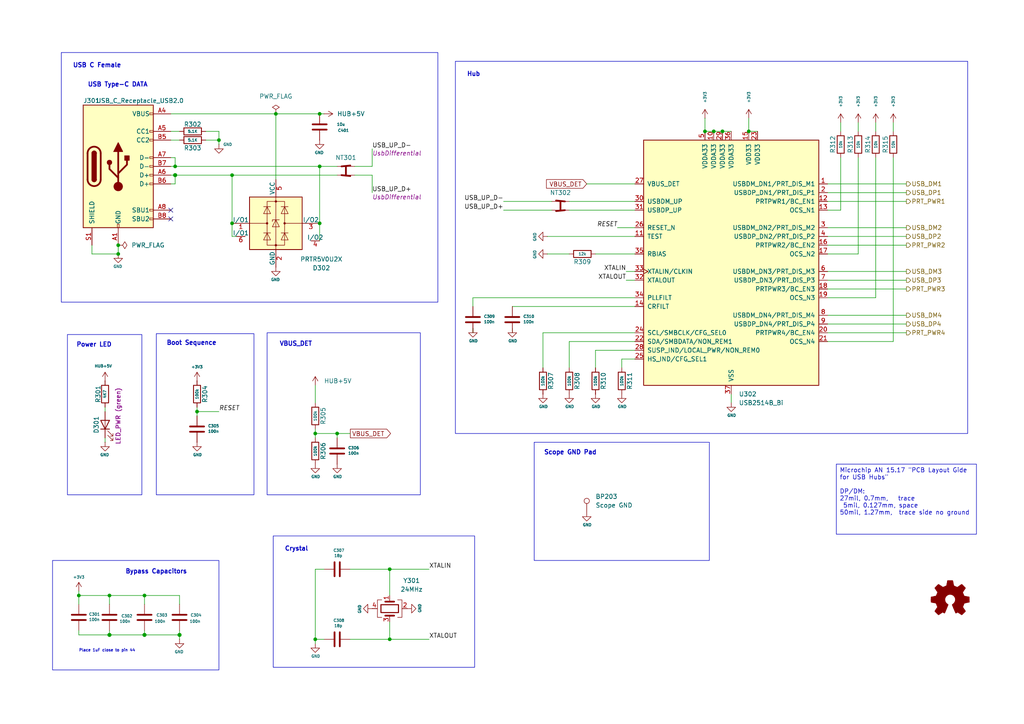
<source format=kicad_sch>
(kicad_sch (version 20250114) (generator "eeschema") (generator_version "9.0")
  (paper "A4")
  (title_block (title "Octohub4") (date "2026-01-11") (rev "0.1") (company "Hans Märki, Märki Informatik") (comment 1 "The MIT License (MIT)"))
  (lib_symbols
    (symbol "00_project_library:C" (pin_numbers (hide yes)) (pin_names (offset 0.254))
      (property "Reference" "C" (at 0.635 2.54 0))
      (property "Value" "C" (at 0.635 -2.54 0))
      (symbol "C_1_1"
        (pin passive line (at 0 3.81 270) (length 2.794) (name "~") (number "1"))
        (pin passive line (at 0 -3.81 90) (length 2.794) (name "~") (number "2"))
      )
    )
    (symbol "00_project_library:HUB+5V" (power) (pin_numbers (hide yes)) (pin_names (offset 0) (hide yes))
      (property "Value" "HUB+5V" (at 0 3.556 0))
      (symbol "HUB+5V_1_1"
        (pin power_in line (at 0 0 90) (length 0) (name "~") (number "1"))
      )
    )
    (symbol "00_project_library:LED GREEN" (pin_numbers (hide yes)) (pin_names (offset 1.016) (hide yes))
      (property "Reference" "D" (at 0 2.54 0))
      (property "Value" "LED GREEN" (at 0 -2.54 0))
      (symbol "LED GREEN_1_1"
        (pin passive line (at -3.81 0 0) (length 2.54) (name "K") (number "1"))
        (pin passive line (at 3.81 0 180) (length 2.54) (name "A") (number "2"))
      )
    )
    (symbol "00_project_library:PRTR5V0U2X" (pin_names (offset 0))
      (property "Reference" "D" (at 2.794 8.636 0))
      (property "Value" "PRTR5V0U2X" (at 8.128 -9.398 0))
      (property "JLC" "C2937001" (at 0 0 0))
      (symbol "PRTR5V0U2X_1_0"
        (pin passive line (at -11.43 -3.81 0) (length 2.54) (name "I/O1") (number "6"))
        (pin passive line (at 12.7 -5.08 180) (length 2.54) (name "I/O2") (number "4"))
      )
      (symbol "PRTR5V0U2X_1_1"
        (pin passive line (at -12.7 0 0) (length 5.08) (name "I/O1") (number "1"))
        (pin passive line (at 0 12.7 270) (length 5.08) (name "VCC") (number "5"))
        (pin passive line (at 0 -12.7 90) (length 5.08) (name "GND") (number "2"))
        (pin passive line (at 12.7 0 180) (length 5.08) (name "I/O2") (number "3"))
      )
    )
    (symbol "00_project_library:USB_C_Receptacle_USB2.0" (pin_names (offset 1.016))
      (property "Reference" "J" (at -10.16 19.05 0))
      (property "Value" "USB_C_Receptacle_USB2.0" (at 19.05 19.05 0))
      (symbol "USB_C_Receptacle_USB2.0_1_1"
        (pin passive line (at -7.62 -22.86 90) (length 5.08) (name "SHIELD") (number "S1"))
        (pin passive line (at 0 -22.86 90) (length 5.08) (name "GND") (number "A1"))
        (pin passive line (at 0 -22.86 90) (length 5.08) (hide yes) (name "GND") (number "A12"))
        (pin passive line (at 0 -22.86 90) (length 5.08) (hide yes) (name "GND") (number "B1"))
        (pin passive line (at 0 -22.86 90) (length 5.08) (hide yes) (name "GND") (number "B12"))
        (pin passive line (at 15.24 15.24 180) (length 5.08) (name "VBUS") (number "A4"))
        (pin passive line (at 15.24 15.24 180) (length 5.08) (hide yes) (name "VBUS") (number "A9"))
        (pin passive line (at 15.24 15.24 180) (length 5.08) (hide yes) (name "VBUS") (number "B4"))
        (pin passive line (at 15.24 15.24 180) (length 5.08) (hide yes) (name "VBUS") (number "B9"))
        (pin bidirectional line (at 15.24 10.16 180) (length 5.08) (name "CC1") (number "A5"))
        (pin bidirectional line (at 15.24 7.62 180) (length 5.08) (name "CC2") (number "B5"))
        (pin bidirectional line (at 15.24 2.54 180) (length 5.08) (name "D-") (number "A7"))
        (pin bidirectional line (at 15.24 0 180) (length 5.08) (name "D-") (number "B7"))
        (pin bidirectional line (at 15.24 -2.54 180) (length 5.08) (name "D+") (number "A6"))
        (pin bidirectional line (at 15.24 -5.08 180) (length 5.08) (name "D+") (number "B6"))
        (pin bidirectional line (at 15.24 -12.7 180) (length 5.08) (name "SBU1") (number "A8"))
        (pin bidirectional line (at 15.24 -15.24 180) (length 5.08) (name "SBU2") (number "B8"))
      )
    )
    (symbol "00_project_library:octoprobe_NetTie_USB_Differential" (pin_numbers (hide yes)) (pin_names (offset 0) (hide yes)) (in_bom no)
      (property "Reference" "NT" (at 0 1.27 0))
      (symbol "octoprobe_NetTie_USB_Differential_1_1"
        (pin passive line (at -2.54 0 0) (length 2.54) (name "1") (number "1"))
        (pin passive line (at -2.54 -2.54 0) (length 2.54) (name "3") (number "3"))
        (pin passive line (at 2.54 0 180) (length 2.54) (name "2") (number "2"))
        (pin passive line (at 2.54 -2.54 180) (length 2.54) (name "4") (number "4"))
      )
    )
    (symbol "00_project_library:octoprobe_breakout_BP" (pin_numbers (hide yes)) (pin_names (offset 0.762) (hide yes))
      (property "Reference" "BP" (at 0 6.858 0))
      (property "Value" "octoprobe_prototype_board" (at 0 5.08 0))
      (symbol "octoprobe_breakout_BP_1_1"
        (pin passive line (at 0 0 90) (length 2.54) (name "1") (number "1"))
      )
    )
    (symbol "Device:Crystal_GND24" (pin_names (offset 1.016) (hide yes))
      (property "Reference" "Y" (at 3.175 5.08 0))
      (property "Value" "Crystal_GND24" (at 3.175 3.175 0))
      (symbol "Crystal_GND24_1_1"
        (pin passive line (at -3.81 0 0) (length 1.27) (name "1") (number "1"))
        (pin passive line (at 0 5.08 270) (length 1.27) (name "2") (number "2"))
        (pin passive line (at 0 -5.08 90) (length 1.27) (name "4") (number "4"))
        (pin passive line (at 3.81 0 180) (length 1.27) (name "3") (number "3"))
      )
    )
    (symbol "Device:R" (pin_numbers (hide yes)) (pin_names (offset 0))
      (property "Reference" "R" (at 2.032 0 90))
      (property "Value" "R" (at 0 0 90))
      (symbol "R_1_1"
        (pin passive line (at 0 3.81 270) (length 1.27) (name "~") (number "1"))
        (pin passive line (at 0 -3.81 90) (length 1.27) (name "~") (number "2"))
      )
    )
    (symbol "Graphic:Logo_Open_Hardware_Small" (in_bom no) (on_board no))
    (symbol "Interface_USB:USB2514B_Bi" (pin_names (offset 1.016))
      (property "Reference" "U" (at -17.78 40.64 0))
      (property "Value" "USB2514B_Bi" (at -20.32 38.1 0))
      (symbol "USB2514B_Bi_1_1"
        (pin input line (at -27.94 22.86 0) (length 2.54) (name "VBUS_DET") (number "27"))
        (pin bidirectional line (at -27.94 17.78 0) (length 2.54) (name "USBDM_UP") (number "30"))
        (pin bidirectional line (at -27.94 15.24 0) (length 2.54) (name "USBDP_UP") (number "31"))
        (pin input line (at -27.94 10.16 0) (length 2.54) (name "RESET_N") (number "26"))
        (pin input line (at -27.94 7.62 0) (length 2.54) (name "TEST") (number "11"))
        (pin input line (at -27.94 2.54 0) (length 2.54) (name "RBIAS") (number "35"))
        (pin input clock (at -27.94 -2.54 0) (length 2.54) (name "XTALIN/CLKIN") (number "33"))
        (pin output line (at -27.94 -5.08 0) (length 2.54) (name "XTALOUT") (number "32"))
        (pin input line (at -27.94 -10.16 0) (length 2.54) (name "PLLFILT") (number "34"))
        (pin input line (at -27.94 -12.7 0) (length 2.54) (name "CRFILT") (number "14"))
        (pin bidirectional line (at -27.94 -20.32 0) (length 2.54) (name "SCL/SMBCLK/CFG_SEL0") (number "24"))
        (pin bidirectional line (at -27.94 -22.86 0) (length 2.54) (name "SDA/SMBDATA/NON_REM1") (number "22"))
        (pin bidirectional line (at -27.94 -25.4 0) (length 2.54) (name "SUSP_IND/LOCAL_PWR/NON_REM0") (number "28"))
        (pin bidirectional line (at -27.94 -27.94 0) (length 2.54) (name "HS_IND/CFG_SEL1") (number "25"))
        (pin power_in line (at -7.62 38.1 270) (length 2.54) (name "VDDA33") (number "5"))
        (pin power_in line (at -5.08 38.1 270) (length 2.54) (name "VDDA33") (number "10"))
        (pin power_in line (at -2.54 38.1 270) (length 2.54) (name "VDDA33") (number "29"))
        (pin power_in line (at 0 38.1 270) (length 2.54) (name "VDDA33") (number "36"))
        (pin power_in line (at 0 -38.1 90) (length 2.54) (name "VSS") (number "37"))
        (pin power_in line (at 5.08 38.1 270) (length 2.54) (name "VDD33") (number "15"))
        (pin power_in line (at 7.62 38.1 270) (length 2.54) (name "VDD33") (number "23"))
        (pin bidirectional line (at 27.94 22.86 180) (length 2.54) (name "USBDM_DN1/PRT_DIS_M1") (number "1"))
        (pin bidirectional line (at 27.94 20.32 180) (length 2.54) (name "USBDP_DN1/PRT_DIS_P1") (number "2"))
        (pin bidirectional line (at 27.94 17.78 180) (length 2.54) (name "PRTPWR1/BC_EN1") (number "12"))
        (pin input line (at 27.94 15.24 180) (length 2.54) (name "OCS_N1") (number "13"))
        (pin bidirectional line (at 27.94 10.16 180) (length 2.54) (name "USBDM_DN2/PRT_DIS_M2") (number "3"))
        (pin bidirectional line (at 27.94 7.62 180) (length 2.54) (name "USBDP_DN2/PRT_DIS_P2") (number "4"))
        (pin bidirectional line (at 27.94 5.08 180) (length 2.54) (name "PRTPWR2/BC_EN2") (number "16"))
        (pin input line (at 27.94 2.54 180) (length 2.54) (name "OCS_N2") (number "17"))
        (pin bidirectional line (at 27.94 -2.54 180) (length 2.54) (name "USBDM_DN3/PRT_DIS_M3") (number "6"))
        (pin bidirectional line (at 27.94 -5.08 180) (length 2.54) (name "USBDP_DN3/PRT_DIS_P3") (number "7"))
        (pin bidirectional line (at 27.94 -7.62 180) (length 2.54) (name "PRTPWR3/BC_EN3") (number "18"))
        (pin input line (at 27.94 -10.16 180) (length 2.54) (name "OCS_N3") (number "19"))
        (pin bidirectional line (at 27.94 -15.24 180) (length 2.54) (name "USBDM_DN4/PRT_DIS_M4") (number "8"))
        (pin bidirectional line (at 27.94 -17.78 180) (length 2.54) (name "USBDP_DN4/PRT_DIS_P4") (number "9"))
        (pin bidirectional line (at 27.94 -20.32 180) (length 2.54) (name "PRTPWR4/BC_EN4") (number "20"))
        (pin input line (at 27.94 -22.86 180) (length 2.54) (name "OCS_N4") (number "21"))
      )
    )
    (symbol "power:+3V3" (power) (pin_numbers (hide yes)) (pin_names (offset 0) (hide yes))
      (property "Value" "+3V3" (at 0 3.556 0))
      (symbol "+3V3_1_1"
        (pin power_in line (at 0 0 90) (length 0) (name "~") (number "1"))
      )
    )
    (symbol "power:GND" (power) (pin_numbers (hide yes)) (pin_names (offset 0) (hide yes))
      (property "Value" "GND" (at 0 -3.81 0))
      (symbol "GND_1_1"
        (pin power_in line (at 0 0 270) (length 0) (name "~") (number "1"))
      )
    )
    (symbol "power:PWR_FLAG" (power) (pin_numbers (hide yes)) (pin_names (offset 0) (hide yes))
      (property "Value" "PWR_FLAG" (at 0 3.81 0))
      (symbol "PWR_FLAG_0_0"
        (pin power_out line (at 0 0 90) (length 0) (name "~") (number "1"))
      )
    )
  )
  (rectangle (start 17.78 15.24) (end 127 87.63))
  (rectangle (start 15.24 162.56) (end 63.5 194.31))
  (rectangle (start 79.248 155.448) (end 137.668 193.548))
  (rectangle (start 154.94 128.27) (end 205.74 162.56))
  (rectangle (start 45.339 96.774) (end 73.66 143.51))
  (rectangle (start 19.558 97.028) (end 41.148 143.51))
  (rectangle (start 77.47 96.52) (end 121.92 143.51))
  (rectangle (start 132.08 17.78) (end 280.67 125.73))
  (text "Scope GND Pad" (at 157.734 132.08 0) (effects (font (size 1.27 1.27) (thickness 0.254) (bold yes)) (justify left bottom)))
  (text "Crystal" (at 82.55 160.02 0) (effects (font (size 1.27 1.27) (thickness 0.254) (bold yes)) (justify left bottom)))
  (text "USB Type-C DATA" (at 25.4 25.4 0) (effects (font (size 1.27 1.27) (thickness 0.254) (bold yes)) (justify left bottom)))
  (text "Place 1uF close to pin 44" (at 22.86 189.23 0) (effects (font (size 0.8 0.8)) (justify left bottom)))
  (text "Power LED" (at 22.098 100.838 0) (effects (font (size 1.27 1.27) (thickness 0.254) (bold yes)) (justify left bottom)))
  (text "Hub" (at 135.382 22.352 0) (effects (font (size 1.27 1.27) (thickness 0.254) (bold yes)) (justify left bottom)))
  (text "Bypass Capacitors" (at 36.322 166.624 0) (effects (font (size 1.27 1.27) (thickness 0.254) (bold yes)) (justify left bottom)))
  (text "USB C Female" (at 21.082 19.812 0) (effects (font (size 1.27 1.27) (thickness 0.254) (bold yes)) (justify left bottom)))
  (text "VBUS_DET" (at 81.026 100.584 0) (effects (font (size 1.27 1.27) (thickness 0.254) (bold yes)) (justify left bottom)))
  (text "Boot Sequence" (at 48.26 100.33 0) (effects (font (size 1.27 1.27) (thickness 0.254) (bold yes)) (justify left bottom)))
  (text_box "Microchip AN 15.17 \"PCB Layout Gide for USB Hubs\"\n\nDP/DM:\n27mil, 0.7mm,   trace\n 5mil, 0.127mm, space\n50mil, 1.27mm,  trace side no ground" (at 242.57 134.62 0) (size 40.64 20.32) (margins 0.9525 0.9525 0.9525 0.9525) (effects (font (size 1.27 1.27)) (justify left top)))
  (junction (at 92.71 33.02))
  (junction (at 91.44 185.42))
  (junction (at 80.01 33.02))
  (junction (at 50.8 50.8) (diameter 1.016))
  (junction (at 31.75 172.72))
  (junction (at 50.8 48.26))
  (junction (at 63.5 40.64))
  (junction (at 97.79 125.73))
  (junction (at 52.07 184.15) (diameter 1.016))
  (junction (at 57.15 119.38))
  (junction (at 34.29 73.66))
  (junction (at 92.71 48.26))
  (junction (at 92.71 64.77))
  (junction (at 113.03 185.42))
  (junction (at 67.31 50.8))
  (junction (at 207.01 38.1))
  (junction (at 41.91 172.72))
  (junction (at 34.29 71.12))
  (junction (at 204.47 38.1))
  (junction (at 91.44 125.73))
  (junction (at 67.31 64.77))
  (junction (at 113.03 165.1))
  (junction (at 217.17 38.1))
  (junction (at 209.55 38.1))
  (junction (at 22.86 172.72))
  (junction (at 41.91 184.15) (diameter 1.016))
  (junction (at 31.75 184.15) (diameter 1.016))
  (no_connect (at 49.53 63.5))
  (no_connect (at 49.53 60.96))
  (wire (pts (xy 240.03 96.52) (xy 262.89 96.52)))
  (wire (pts (xy 107.95 43.18) (xy 107.95 48.26)))
  (wire (pts (xy 30.48 127) (xy 30.48 128.27)))
  (wire (pts (xy 92.71 48.26) (xy 92.71 64.77)))
  (wire (pts (xy 49.53 50.8) (xy 50.8 50.8)))
  (wire (pts (xy 240.03 53.34) (xy 262.89 53.34)))
  (wire (pts (xy 22.86 172.72) (xy 31.75 172.72)))
  (wire (pts (xy 180.34 104.14) (xy 184.15 104.14)))
  (wire (pts (xy 212.09 116.84) (xy 212.09 114.3)))
  (wire (pts (xy 22.86 182.88) (xy 22.86 184.15)))
  (wire (pts (xy 50.8 50.8) (xy 67.31 50.8)))
  (wire (pts (xy 180.34 106.68) (xy 180.34 104.14)))
  (wire (pts (xy 91.44 185.42) (xy 93.98 185.42)))
  (wire (pts (xy 207.01 38.1) (xy 209.55 38.1)))
  (wire (pts (xy 165.1 58.42) (xy 184.15 58.42)))
  (wire (pts (xy 49.53 38.1) (xy 52.07 38.1)))
  (wire (pts (xy 240.03 78.74) (xy 262.89 78.74)))
  (wire (pts (xy 181.61 78.74) (xy 184.15 78.74)))
  (wire (pts (xy 165.1 99.06) (xy 184.15 99.06)))
  (wire (pts (xy 91.44 124.46) (xy 91.44 125.73)))
  (wire (pts (xy 240.03 99.06) (xy 259.08 99.06)))
  (wire (pts (xy 67.31 68.58) (xy 67.31 64.77)))
  (wire (pts (xy 91.44 125.73) (xy 91.44 127)))
  (wire (pts (xy 240.03 71.12) (xy 262.89 71.12)))
  (wire (pts (xy 31.75 182.88) (xy 31.75 184.15)))
  (wire (pts (xy 26.67 73.66) (xy 34.29 73.66)))
  (wire (pts (xy 49.53 45.72) (xy 50.8 45.72)))
  (wire (pts (xy 243.84 60.96) (xy 243.84 45.72)))
  (wire (pts (xy 92.71 64.77) (xy 92.71 69.85)))
  (wire (pts (xy 91.44 111.76) (xy 91.44 116.84)))
  (wire (pts (xy 157.48 96.52) (xy 184.15 96.52)))
  (wire (pts (xy 52.07 172.72) (xy 52.07 175.26)))
  (wire (pts (xy 91.44 125.73) (xy 97.79 125.73)))
  (wire (pts (xy 49.53 33.02) (xy 80.01 33.02)))
  (wire (pts (xy 67.31 50.8) (xy 67.31 64.77)))
  (wire (pts (xy 59.69 40.64) (xy 63.5 40.64)))
  (wire (pts (xy 204.47 34.29) (xy 204.47 38.1)))
  (wire (pts (xy 240.03 60.96) (xy 243.84 60.96)))
  (wire (pts (xy 259.08 99.06) (xy 259.08 45.72)))
  (wire (pts (xy 26.67 71.12) (xy 26.67 73.66)))
  (wire (pts (xy 63.5 38.1) (xy 63.5 40.64)))
  (wire (pts (xy 57.15 119.38) (xy 57.15 120.65)))
  (wire (pts (xy 34.29 71.12) (xy 34.29 73.66)))
  (wire (pts (xy 148.59 88.9) (xy 184.15 88.9)))
  (wire (pts (xy 80.01 33.02) (xy 92.71 33.02)))
  (wire (pts (xy 30.48 118.11) (xy 30.48 119.38)))
  (wire (pts (xy 49.53 53.34) (xy 50.8 53.34)))
  (wire (pts (xy 217.17 34.29) (xy 217.17 38.1)))
  (wire (pts (xy 240.03 86.36) (xy 254 86.36)))
  (wire (pts (xy 113.03 185.42) (xy 124.46 185.42)))
  (wire (pts (xy 107.95 50.8) (xy 102.87 50.8)))
  (wire (pts (xy 22.86 184.15) (xy 31.75 184.15)))
  (wire (pts (xy 165.1 106.68) (xy 165.1 99.06)))
  (wire (pts (xy 172.72 101.6) (xy 172.72 106.68)))
  (wire (pts (xy 240.03 66.04) (xy 262.89 66.04)))
  (wire (pts (xy 240.03 68.58) (xy 262.89 68.58)))
  (wire (pts (xy 80.01 33.02) (xy 80.01 52.07)))
  (wire (pts (xy 157.48 96.52) (xy 157.48 106.68)))
  (wire (pts (xy 240.03 83.82) (xy 262.89 83.82)))
  (wire (pts (xy 97.79 125.73) (xy 97.79 127)))
  (wire (pts (xy 41.91 172.72) (xy 52.07 172.72)))
  (wire (pts (xy 113.03 165.1) (xy 113.03 172.72)))
  (wire (pts (xy 240.03 55.88) (xy 262.89 55.88)))
  (wire (pts (xy 146.05 58.42) (xy 160.02 58.42)))
  (wire (pts (xy 137.16 86.36) (xy 184.15 86.36)))
  (wire (pts (xy 107.95 55.88) (xy 107.95 50.8)))
  (wire (pts (xy 49.53 48.26) (xy 50.8 48.26)))
  (wire (pts (xy 217.17 38.1) (xy 219.71 38.1)))
  (wire (pts (xy 209.55 38.1) (xy 212.09 38.1)))
  (wire (pts (xy 31.75 172.72) (xy 31.75 175.26)))
  (wire (pts (xy 59.69 38.1) (xy 63.5 38.1)))
  (wire (pts (xy 22.86 172.72) (xy 22.86 175.26)))
  (wire (pts (xy 254 35.56) (xy 254 38.1)))
  (wire (pts (xy 172.72 73.66) (xy 184.15 73.66)))
  (wire (pts (xy 137.16 86.36) (xy 137.16 88.9)))
  (wire (pts (xy 204.47 38.1) (xy 207.01 38.1)))
  (wire (pts (xy 113.03 165.1) (xy 124.46 165.1)))
  (wire (pts (xy 101.6 165.1) (xy 113.03 165.1)))
  (wire (pts (xy 31.75 184.15) (xy 41.91 184.15)))
  (wire (pts (xy 49.53 40.64) (xy 52.07 40.64)))
  (wire (pts (xy 63.5 40.64) (xy 63.5 41.91)))
  (wire (pts (xy 22.86 171.45) (xy 22.86 172.72)))
  (wire (pts (xy 52.07 184.15) (xy 52.07 185.42)))
  (wire (pts (xy 158.75 68.58) (xy 184.15 68.58)))
  (wire (pts (xy 57.15 118.11) (xy 57.15 119.38)))
  (wire (pts (xy 92.71 48.26) (xy 97.79 48.26)))
  (wire (pts (xy 113.03 180.34) (xy 113.03 185.42)))
  (wire (pts (xy 41.91 184.15) (xy 52.07 184.15)))
  (wire (pts (xy 91.44 165.1) (xy 93.98 165.1)))
  (wire (pts (xy 259.08 35.56) (xy 259.08 38.1)))
  (wire (pts (xy 179.07 66.04) (xy 184.15 66.04)))
  (wire (pts (xy 254 86.36) (xy 254 45.72)))
  (wire (pts (xy 67.31 50.8) (xy 97.79 50.8)))
  (wire (pts (xy 67.31 68.58) (xy 68.58 68.58)))
  (wire (pts (xy 137.16 95.25) (xy 137.16 96.52)))
  (wire (pts (xy 148.59 95.25) (xy 148.59 96.52)))
  (wire (pts (xy 91.44 186.69) (xy 91.44 185.42)))
  (wire (pts (xy 57.15 119.38) (xy 63.5 119.38)))
  (wire (pts (xy 52.07 182.88) (xy 52.07 184.15)))
  (wire (pts (xy 262.89 58.42) (xy 240.03 58.42)))
  (wire (pts (xy 243.84 35.56) (xy 243.84 38.1)))
  (wire (pts (xy 50.8 53.34) (xy 50.8 50.8)))
  (wire (pts (xy 248.92 73.66) (xy 248.92 45.72)))
  (wire (pts (xy 181.61 81.28) (xy 184.15 81.28)))
  (wire (pts (xy 240.03 73.66) (xy 248.92 73.66)))
  (wire (pts (xy 248.92 35.56) (xy 248.92 38.1)))
  (wire (pts (xy 107.95 48.26) (xy 102.87 48.26)))
  (wire (pts (xy 146.05 60.96) (xy 160.02 60.96)))
  (wire (pts (xy 41.91 182.88) (xy 41.91 184.15)))
  (wire (pts (xy 170.18 53.34) (xy 184.15 53.34)))
  (wire (pts (xy 240.03 91.44) (xy 262.89 91.44)))
  (wire (pts (xy 31.75 172.72) (xy 41.91 172.72)))
  (wire (pts (xy 41.91 172.72) (xy 41.91 175.26)))
  (wire (pts (xy 91.44 165.1) (xy 91.44 185.42)))
  (wire (pts (xy 240.03 81.28) (xy 262.89 81.28)))
  (wire (pts (xy 165.1 60.96) (xy 184.15 60.96)))
  (wire (pts (xy 50.8 48.26) (xy 92.71 48.26)))
  (wire (pts (xy 158.75 73.66) (xy 165.1 73.66)))
  (wire (pts (xy 50.8 45.72) (xy 50.8 48.26)))
  (wire (pts (xy 101.6 185.42) (xy 113.03 185.42)))
  (wire (pts (xy 240.03 93.98) (xy 262.89 93.98)))
  (wire (pts (xy 92.71 33.02) (xy 93.98 33.02)))
  (wire (pts (xy 172.72 101.6) (xy 184.15 101.6)))
  (wire (pts (xy 101.6 125.73) (xy 97.79 125.73)))
  (label "USB_UP_D+" (at 146.05 60.96 180))
  (label "USB_UP_D+" (at 107.95 55.88 0) (property "Netclass" "UsbDifferential" (at 107.95 57.15 0) (effects (font (italic yes)) (justify left))))
  (label "XTALOUT" (at 181.61 81.28 180))
  (label "RESET" (at 179.07 66.04 180) (effects (font (italic yes))))
  (label "XTALIN" (at 181.61 78.74 180))
  (label "USB_UP_D-" (at 107.95 43.18 0) (property "Netclass" "UsbDifferential" (at 107.95 44.45 0) (effects (font (italic yes)) (justify left))))
  (label "XTALOUT" (at 124.46 185.42 0))
  (label "RESET" (at 63.5 119.38 0) (effects (font (italic yes))))
  (label "XTALIN" (at 124.46 165.1 0))
  (label "USB_UP_D-" (at 146.05 58.42 180))
  (global_label "VBUS_DET" (shape output) (at 101.6 125.73 0) (property "Intersheetrefs" "${INTERSHEET_REFS}" (effects (hide yes))))
  (global_label "VBUS_DET" (shape input) (at 170.18 53.34 180) (property "Intersheetrefs" "${INTERSHEET_REFS}" (effects (hide yes))))
  (hierarchical_label "USB_DM1" (shape output) (at 262.89 53.34 0))
  (hierarchical_label "USB_DP3" (shape output) (at 262.89 81.28 0))
  (hierarchical_label "PRT_PWR2" (shape output) (at 262.89 71.12 0))
  (hierarchical_label "USB_DP1" (shape output) (at 262.89 55.88 0))
  (hierarchical_label "USB_DM2" (shape output) (at 262.89 66.04 0))
  (hierarchical_label "PRT_PWR1" (shape output) (at 262.89 58.42 0))
  (hierarchical_label "USB_DP2" (shape output) (at 262.89 68.58 0))
  (hierarchical_label "USB_DM3" (shape output) (at 262.89 78.74 0))
  (hierarchical_label "USB_DP4" (shape output) (at 262.89 93.98 0))
  (hierarchical_label "PRT_PWR4" (shape output) (at 262.89 96.52 0))
  (hierarchical_label "PRT_PWR3" (shape output) (at 262.89 83.82 0))
  (hierarchical_label "USB_DM4" (shape output) (at 262.89 91.44 0))
  (symbol (lib_id "power:GND") (at 180.34 114.3 0) (unit 1)
    (property "Reference" "#PWR0324" (effects (hide yes)))
    (property "Value" "GND" (at 180.467 117.9322 0) (effects (font (size 0.8 0.8))))
    (property "Description" "Power symbol creates a global label with name \"GND\" , ground" (effects (hide yes)))
  )
  (symbol (lib_id "Device:R") (at 254 41.91 0) (unit 1)
    (property "Reference" "R314" (at 251.714 41.91 90))
    (property "Value" "10k" (at 254 41.91 90) (effects (font (size 0.8 0.8))))
    (property "Footprint" "Resistor_SMD:R_0402_1005Metric" (effects (hide yes)))
    (instances (project "pcb_octohub" (path "" (reference "R314") (unit 1))) (project "pcb_octohub" (path "" (reference "R1109") (unit 1))))
  )
  (symbol (lib_id "power:+3V3") (at 22.86 171.45 0) (unit 1)
    (property "Reference" "#PWR0301" (effects (hide yes)))
    (property "Value" "+3V3" (at 22.86 167.386 0) (effects (font (size 0.8 0.8))))
    (property "Description" "Power symbol creates a global label with name \"+3V3\"" (effects (hide yes)))
  )
  (symbol (lib_id "power:GND") (at 118.11 176.53 90) (unit 1)
    (property "Reference" "#PWR0316" (effects (hide yes)))
    (property "Value" "GND" (at 121.7422 176.403 0) (effects (font (size 0.8 0.8))))
    (property "Description" "Power symbol creates a global label with name \"GND\" , ground" (effects (hide yes)))
    (instances (project "pcb_octohub" (path "" (reference "#PWR0316") (unit 1))) (project "pcb_octohub" (path "" (reference "#PWR01106") (unit 1))))
  )
  (symbol (lib_id "00_project_library:HUB+5V") (at 93.98 33.02 270) (unit 1)
    (property "Reference" "#PWR0313" (effects (hide yes)))
    (property "Value" "HUB+5V" (at 97.79 33.0199 90) (effects (justify left)))
    (property "Description" "Power symbol creates a global label with name \"+5V\"" (effects (hide yes)))
  )
  (symbol (lib_id "power:GND") (at 52.07 185.42 0) (unit 1)
    (property "Reference" "#PWR0305" (effects (hide yes)))
    (property "Value" "GND" (at 51.943 189.0522 0) (effects (font (size 0.8 0.8))))
    (property "Description" "Power symbol creates a global label with name \"GND\" , ground" (effects (hide yes)))
    (instances (project "pcb_octohub" (path "" (reference "#PWR0305") (unit 1))) (project "pcb_octohub" (path "" (reference "#PWR01104") (unit 1))))
  )
  (symbol (lib_id "power:GND") (at 63.5 41.91 0) (unit 1)
    (property "Reference" "#PWR0308" (effects (hide yes)))
    (property "Value" "GND" (at 66.04 41.91 0) (effects (font (size 0.8 0.8))))
    (property "Description" "Power symbol creates a global label with name \"GND\" , ground" (effects (hide yes)))
  )
  (symbol (lib_id "00_project_library:C") (at 22.86 179.07 0) (unit 1)
    (property "Reference" "C301" (at 25.781 178.1556 0) (effects (font (size 0.8 0.8)) (justify left)))
    (property "Value" "100n" (at 25.781 179.705 0) (effects (font (size 0.8 0.8)) (justify left)))
    (property "Footprint" "Capacitor_SMD:C_0402_1005Metric" (effects (hide yes)))
    (property "JLC" "C1525" (effects (hide yes)))
    (instances (project "pcb_octohub" (path "" (reference "C301") (unit 1))) (project "pcb_octohub" (path "" (reference "C1101") (unit 1))))
  )
  (symbol (lib_id "power:+3V3") (at 57.15 110.49 0) (unit 1)
    (property "Reference" "#PWR0306" (effects (hide yes)))
    (property "Value" "+3V3" (at 57.15 106.426 0) (effects (font (size 0.8 0.8))))
    (property "Description" "Power symbol creates a global label with name \"+3V3\"" (effects (hide yes)))
    (instances (project "pcb_octohub" (path "" (reference "#PWR0306") (unit 1))) (project "pcb_octohub" (path "" (reference "#PWR01102") (unit 1))))
  )
  (symbol (lib_id "Device:Crystal_GND24") (at 113.03 176.53 270) (unit 1)
    (property "Reference" "Y301" (at 119.38 168.402 90))
    (property "Value" "24MHz" (at 119.38 170.942 90))
    (property "Footprint" "Crystal:Crystal_SMD_3225-4Pin_3.2x2.5mm" (effects (hide yes)))
    (property "Datasheet" "https://wmsc.lcsc.com/wmsc/upload/file/pdf/v2/lcsc/2403291504_YXC-X322524MOB4SI_C70590.pdf" (effects (hide yes)))
    (property "Description" "Four pin crystal, GND on pins 2 and 4" (effects (hide yes)))
    (property "JLC" "C70590" (effects (hide yes)))
    (instances (project "pcb_octohub" (path "" (reference "Y301") (unit 1))) (project "pcb_octohub" (path "" (reference "Y1101") (unit 1))))
  )
  (symbol (lib_id "Interface_USB:USB2514B_Bi") (at 212.09 76.2 0) (unit 1)
    (property "Reference" "U302" (at 214.2841 114.3 0) (effects (justify left)))
    (property "Value" "USB2514B_Bi" (at 214.2841 116.84 0) (effects (justify left)))
    (property "Footprint" "Package_DFN_QFN:Texas_RHH0036C_VQFN-36-1EP_6x6mm_P0.5mm_EP4.4x4.4mm_ThermalVias" (effects (hide yes)))
    (property "Datasheet" "http://ww1.microchip.com/downloads/en/DeviceDoc/00001692C.pdf" (effects (hide yes)))
    (property "Description" "USB 2.0 Hi-Speed Hub Controller" (effects (hide yes)))
    (property "JLC" "C16251" (effects (hide yes)))
    (instances (project "pcb_octohub" (path "" (reference "U302") (unit 1))) (project "pcb_octohub" (path "" (reference "U1101") (unit 1))))
  )
  (symbol (lib_id "Device:R") (at 91.44 130.81 180) (unit 1)
    (property "Reference" "R306" (at 93.726 130.81 90))
    (property "Value" "100k" (at 91.44 130.81 90) (effects (font (size 0.8 0.8))))
    (property "Footprint" "Resistor_SMD:R_0402_1005Metric" (effects (hide yes)))
  )
  (symbol (lib_id "00_project_library:C") (at 41.91 179.07 0) (unit 1)
    (property "Reference" "C303" (at 45.339 178.4096 0) (effects (font (size 0.8 0.8)) (justify left)))
    (property "Value" "100n" (at 44.831 180.213 0) (effects (font (size 0.8 0.8)) (justify left)))
    (property "Footprint" "Capacitor_SMD:C_0402_1005Metric" (effects (hide yes)))
    (property "JLC" "C1525" (effects (hide yes)))
    (instances (project "pcb_octohub" (path "" (reference "C303") (unit 1))) (project "pcb_octohub" (path "" (reference "C1104") (unit 1))))
  )
  (symbol (lib_id "power:GND") (at 157.48 114.3 0) (unit 1)
    (property "Reference" "#PWR0319" (effects (hide yes)))
    (property "Value" "GND" (at 157.607 117.9322 0) (effects (font (size 0.8 0.8))))
    (property "Description" "Power symbol creates a global label with name \"GND\" , ground" (effects (hide yes)))
    (instances (project "pcb_octohub" (path "" (reference "#PWR0319") (unit 1))) (project "pcb_octohub" (path "" (reference "#PWR01111") (unit 1))))
  )
  (symbol (lib_id "power:GND") (at 57.15 128.27 0) (unit 1)
    (property "Reference" "#PWR0307" (effects (hide yes)))
    (property "Value" "GND" (at 57.277 131.9022 0) (effects (font (size 0.8 0.8))))
    (property "Description" "Power symbol creates a global label with name \"GND\" , ground" (effects (hide yes)))
    (instances (project "pcb_octohub" (path "" (reference "#PWR0307") (unit 1))) (project "pcb_octohub" (path "" (reference "#PWR01103") (unit 1))))
  )
  (symbol (lib_id "Device:R") (at 30.48 114.3 180) (unit 1)
    (property "Reference" "R301" (at 28.448 114.3 90))
    (property "Value" "4K7" (at 30.3784 114.3 90) (effects (font (size 0.8 0.8))))
    (property "Footprint" "Resistor_SMD:R_0805_2012Metric" (effects (hide yes)))
  )
  (symbol (lib_id "00_project_library:HUB+5V") (at 91.44 111.76 0) (unit 1)
    (property "Reference" "#PWR0310" (effects (hide yes)))
    (property "Value" "HUB+5V" (at 93.98 110.4899 0) (effects (justify left)))
    (property "Description" "Power symbol creates a global label with name \"+5V\"" (effects (hide yes)))
  )
  (symbol (lib_id "00_project_library:octoprobe_NetTie_USB_Differential") (at 100.33 48.26 0) (unit 1) (in_bom no)
    (property "Reference" "NT301" (at 100.33 45.72 0))
    (property "Value" "octoprobe_NetTie_USB_Differential" (effects (hide yes)))
    (property "Footprint" "00_project_library:octoprobe_NetTie_USB_Differential" (effects (hide yes)))
    (property "Description" "Net tie, 4 pins" (effects (hide yes)))
  )
  (symbol (lib_id "power:GND") (at 97.79 134.62 0) (unit 1)
    (property "Reference" "#PWR0314" (effects (hide yes)))
    (property "Value" "GND" (at 97.917 138.2522 0) (effects (font (size 0.8 0.8))))
    (property "Description" "Power symbol creates a global label with name \"GND\" , ground" (effects (hide yes)))
  )
  (symbol (lib_id "00_project_library:octoprobe_NetTie_USB_Differential") (at 162.56 60.96 180) (unit 1) (in_bom no)
    (property "Reference" "NT302" (at 162.56 55.88 0))
    (property "Value" "octoprobe_NetTie_USB_Differential" (effects (hide yes)))
    (property "Footprint" "00_project_library:octoprobe_NetTie_USB_Differential" (effects (hide yes)))
    (property "Description" "Net tie, 4 pins" (effects (hide yes)))
  )
  (symbol (lib_id "00_project_library:USB_C_Receptacle_USB2.0") (at 34.29 48.26 0) (unit 1)
    (property "Reference" "J301" (at 24.13 29.21 0) (effects (justify left)))
    (property "Value" "USB_C_Receptacle_USB2.0" (at 53.34 29.21 0) (effects (justify right)))
    (property "Footprint" "00_project_library:USB_C_Receptacle_Palconn_UTC16-G" (effects (hide yes)))
    (property "Datasheet" "https://www.usb.org/sites/default/files/documents/usb_type-c.zip" (effects (hide yes)))
    (property "Description" "USB 2.0-only Type-C Receptacle connector" (effects (hide yes)))
    (property "JLC" "C165948" (effects (hide yes)))
    (property "DigiKey" "https://www.digikey.com/en/products/detail/gct/USB4105-GF-A/11198441" (effects (hide yes)))
    (property "Digikey" "https://www.digikey.com/en/products/detail/gct/USB4105-GF-A/11198441" (effects (hide yes)))
  )
  (symbol (lib_id "power:GND") (at 92.71 40.64 0) (unit 1)
    (property "Reference" "#PWR0402" (effects (hide yes)))
    (property "Value" "GND" (at 92.583 44.2722 0) (effects (font (size 0.8 0.8))))
    (property "Description" "Power symbol creates a global label with name \"GND\" , ground" (effects (hide yes)))
  )
  (symbol (lib_id "power:+3V3") (at 243.84 35.56 0) (unit 1)
    (property "Reference" "#PWR0331" (effects (hide yes)))
    (property "Value" "+3V3" (at 243.84 29.464 90) (effects (font (size 0.8 0.8))))
    (property "Description" "Power symbol creates a global label with name \"+3V3\"" (effects (hide yes)))
    (instances (project "pcb_octohub" (path "" (reference "#PWR0331") (unit 1))) (project "pcb_octohub" (path "" (reference "#PWR01120") (unit 1))))
  )
  (symbol (lib_id "power:GND") (at 34.29 73.66 0) (unit 1)
    (property "Reference" "#PWR0304" (effects (hide yes)))
    (property "Value" "GND" (at 34.163 77.2922 0) (effects (font (size 0.8 0.8))))
    (property "Description" "Power symbol creates a global label with name \"GND\" , ground" (effects (hide yes)))
  )
  (symbol (lib_id "00_project_library:C") (at 57.15 124.46 0) (unit 1)
    (property "Reference" "C305" (at 60.325 123.5456 0) (effects (font (size 0.8 0.8)) (justify left)))
    (property "Value" "100n" (at 60.325 125.095 0) (effects (font (size 0.8 0.8)) (justify left)))
    (property "Footprint" "Capacitor_SMD:C_0402_1005Metric" (effects (hide yes)))
    (property "JLC" "C1525" (effects (hide yes)))
    (instances (project "pcb_octohub" (path "" (reference "C305") (unit 1))) (project "pcb_octohub" (path "" (reference "C1102") (unit 1))))
  )
  (symbol (lib_id "power:GND") (at 80.01 77.47 0) (unit 1)
    (property "Reference" "#PWR0309" (effects (hide yes)))
    (property "Value" "GND" (at 79.883 81.1022 0) (effects (font (size 0.8 0.8))))
    (property "Description" "Power symbol creates a global label with name \"GND\" , ground" (effects (hide yes)))
  )
  (symbol (lib_id "00_project_library:LED GREEN") (at 30.48 123.19 90) (unit 1)
    (property "Reference" "D301" (at 27.94 123.19 0))
    (property "Value" "green" (effects (hide yes)))
    (property "Footprint" "LED_SMD:LED_0805_2012Metric" (effects (hide yes)))
    (property "JLC" "C2297" (effects (hide yes)))
    (property "Label" "LED_PWR (green)" (at 34.29 120.65 0))
  )
  (symbol (lib_id "00_project_library:C") (at 97.79 130.81 0) (unit 1)
    (property "Reference" "C306" (at 100.965 129.8956 0) (effects (font (size 0.8 0.8)) (justify left)))
    (property "Value" "100n" (at 100.965 131.445 0) (effects (font (size 0.8 0.8)) (justify left)))
    (property "Footprint" "Capacitor_SMD:C_0402_1005Metric" (effects (hide yes)))
    (property "JLC" "C1525" (effects (hide yes)))
  )
  (symbol (lib_id "Device:R") (at 157.48 110.49 180) (unit 1)
    (property "Reference" "R307" (at 159.766 110.49 90))
    (property "Value" "100k" (at 157.48 110.49 90) (effects (font (size 0.8 0.8))))
    (property "Footprint" "Resistor_SMD:R_0402_1005Metric" (effects (hide yes)))
    (instances (project "pcb_octohub" (path "" (reference "R307") (unit 1))) (project "pcb_octohub" (path "" (reference "R1102") (unit 1))))
  )
  (symbol (lib_id "power:PWR_FLAG") (at 34.29 71.12 270) (unit 1)
    (property "Reference" "#FLG0301" (effects (hide yes)))
    (property "Value" "PWR_FLAG" (at 38.1 71.1199 90) (effects (justify left)))
    (property "Description" "Special symbol for telling ERC where power comes from" (effects (hide yes)))
  )
  (symbol (lib_id "power:GND") (at 158.75 68.58 270) (unit 1)
    (property "Reference" "#PWR0320" (effects (hide yes)))
    (property "Value" "GND" (at 155.1178 68.707 0) (effects (font (size 0.8 0.8))))
    (property "Description" "Power symbol creates a global label with name \"GND\" , ground" (effects (hide yes)))
    (instances (project "pcb_octohub" (path "" (reference "#PWR0320") (unit 1))) (project "pcb_octohub" (path "" (reference "#PWR01112") (unit 1))))
  )
  (symbol (lib_id "Device:R") (at 172.72 110.49 180) (unit 1)
    (property "Reference" "R310" (at 175.006 110.49 90))
    (property "Value" "100k" (at 172.72 110.49 90) (effects (font (size 0.8 0.8))))
    (property "Footprint" "Resistor_SMD:R_0402_1005Metric" (effects (hide yes)))
    (instances (project "pcb_octohub" (path "" (reference "R310") (unit 1))) (project "pcb_octohub" (path "" (reference "R1105") (unit 1))))
  )
  (symbol (lib_id "00_project_library:octoprobe_breakout_BP") (at 170.18 148.59 0) (unit 1) (in_bom no)
    (property "Reference" "BP203" (at 172.72 144.0179 0) (effects (justify left)))
    (property "Value" "Scope GND" (at 172.72 146.5579 0) (effects (justify left)))
    (property "Footprint" "00_project_library:octoprobe_breakout_PB" (effects (hide yes)))
    (property "Datasheet" "https://www.roth-elektronik.com/de/produkte/detail/artnr/RE233-LF/category/Laborkarten+Dual+Inline" (effects (hide yes)))
    (property "Description" "Octoprobe Prototype Board" (effects (hide yes)))
  )
  (symbol (lib_id "power:+3V3") (at 259.08 35.56 0) (unit 1)
    (property "Reference" "#PWR0334" (effects (hide yes)))
    (property "Value" "+3V3" (at 259.08 29.464 90) (effects (font (size 0.8 0.8))))
    (property "Description" "Power symbol creates a global label with name \"+3V3\"" (effects (hide yes)))
    (instances (project "pcb_octohub" (path "" (reference "#PWR0334") (unit 1))) (project "pcb_octohub" (path "" (reference "#PWR01123") (unit 1))))
  )
  (symbol (lib_id "00_project_library:HUB+5V") (at 30.48 110.49 0) (unit 1)
    (property "Reference" "#PWR0302" (effects (hide yes)))
    (property "Value" "HUB+5V" (at 29.972 106.172 0) (effects (font (size 0.8 0.8))))
    (property "Description" "Power symbol creates a global label with name \"+3V3\"" (effects (hide yes)))
  )
  (symbol (lib_id "power:GND") (at 212.09 116.84 0) (unit 1)
    (property "Reference" "#PWR0328" (effects (hide yes)))
    (property "Value" "GND" (at 212.217 120.4722 0) (effects (font (size 0.8 0.8))))
    (property "Description" "Power symbol creates a global label with name \"GND\" , ground" (effects (hide yes)))
    (instances (project "pcb_octohub" (path "" (reference "#PWR0328") (unit 1))) (project "pcb_octohub" (path "" (reference "#PWR01118") (unit 1))))
  )
  (symbol (lib_id "power:+3V3") (at 248.92 35.56 0) (unit 1)
    (property "Reference" "#PWR0332" (effects (hide yes)))
    (property "Value" "+3V3" (at 248.92 29.464 90) (effects (font (size 0.8 0.8))))
    (property "Description" "Power symbol creates a global label with name \"+3V3\"" (effects (hide yes)))
    (instances (project "pcb_octohub" (path "" (reference "#PWR0332") (unit 1))) (project "pcb_octohub" (path "" (reference "#PWR01121") (unit 1))))
  )
  (symbol (lib_id "00_project_library:C") (at 31.75 179.07 0) (unit 1)
    (property "Reference" "C302" (at 35.179 178.6636 0) (effects (font (size 0.8 0.8)) (justify left)))
    (property "Value" "100n" (at 34.671 180.213 0) (effects (font (size 0.8 0.8)) (justify left)))
    (property "Footprint" "Capacitor_SMD:C_0402_1005Metric" (effects (hide yes)))
    (property "JLC" "C1525" (effects (hide yes)))
    (instances (project "pcb_octohub" (path "" (reference "C302") (unit 1))) (project "pcb_octohub" (path "" (reference "C1103") (unit 1))))
  )
  (symbol (lib_id "power:GND") (at 148.59 95.25 0) (unit 1)
    (property "Reference" "#PWR0318" (effects (hide yes)))
    (property "Value" "GND" (at 148.717 98.8822 0) (effects (font (size 0.8 0.8))))
    (property "Description" "Power symbol creates a global label with name \"GND\" , ground" (effects (hide yes)))
    (instances (project "pcb_octohub" (path "" (reference "#PWR0318") (unit 1))) (project "pcb_octohub" (path "" (reference "#PWR01110") (unit 1))))
  )
  (symbol (lib_id "Device:R") (at 180.34 110.49 180) (unit 1)
    (property "Reference" "R311" (at 182.626 110.49 90))
    (property "Value" "100k" (at 180.34 110.49 90) (effects (font (size 0.8 0.8))))
    (property "Footprint" "Resistor_SMD:R_0402_1005Metric" (effects (hide yes)))
    (instances (project "pcb_octohub" (path "" (reference "R311") (unit 1))) (project "pcb_octohub" (path "" (reference "R1106") (unit 1))))
  )
  (symbol (lib_id "power:PWR_FLAG") (at 80.01 33.02 0) (unit 1)
    (property "Reference" "#FLG0302" (effects (hide yes)))
    (property "Value" "PWR_FLAG" (at 80.01 27.94 0))
    (property "Description" "Special symbol for telling ERC where power comes from" (effects (hide yes)))
  )
  (symbol (lib_id "power:GND") (at 170.18 148.59 0) (unit 1)
    (property "Reference" "#PWR0240" (effects (hide yes)))
    (property "Value" "GND" (at 170.307 152.2222 0) (effects (font (size 0.8 0.8))))
    (property "Description" "Power symbol creates a global label with name \"GND\" , ground" (effects (hide yes)))
  )
  (symbol (lib_id "power:+3V3") (at 254 35.56 0) (unit 1)
    (property "Reference" "#PWR0333" (effects (hide yes)))
    (property "Value" "+3V3" (at 254 29.464 90) (effects (font (size 0.8 0.8))))
    (property "Description" "Power symbol creates a global label with name \"+3V3\"" (effects (hide yes)))
    (instances (project "pcb_octohub" (path "" (reference "#PWR0333") (unit 1))) (project "pcb_octohub" (path "" (reference "#PWR01122") (unit 1))))
  )
  (symbol (lib_id "power:GND") (at 91.44 186.69 0) (unit 1)
    (property "Reference" "#PWR0312" (effects (hide yes)))
    (property "Value" "GND" (at 91.567 190.3222 0) (effects (font (size 0.8 0.8))))
    (property "Description" "Power symbol creates a global label with name \"GND\" , ground" (effects (hide yes)))
    (instances (project "pcb_octohub" (path "" (reference "#PWR0312") (unit 1))) (project "pcb_octohub" (path "" (reference "#PWR01108") (unit 1))))
  )
  (symbol (lib_id "Graphic:Logo_Open_Hardware_Small") (at 275.59 173.99 0) (unit 1) (exclude_from_sim yes) (in_bom no) (on_board no)
    (property "Reference" "#SYM301" (effects (hide yes)))
    (property "Value" "Logo_Open_Hardware_Small" (effects (hide yes)))
    (property "Description" "Open Hardware logo, small" (effects (hide yes)))
  )
  (symbol (lib_id "power:GND") (at 172.72 114.3 0) (unit 1)
    (property "Reference" "#PWR0323" (effects (hide yes)))
    (property "Value" "GND" (at 172.847 117.9322 0) (effects (font (size 0.8 0.8))))
    (property "Description" "Power symbol creates a global label with name \"GND\" , ground" (effects (hide yes)))
    (instances (project "pcb_octohub" (path "" (reference "#PWR0323") (unit 1))) (project "pcb_octohub" (path "" (reference "#PWR01115") (unit 1))))
  )
  (symbol (lib_id "Device:R") (at 243.84 41.91 0) (unit 1)
    (property "Reference" "R312" (at 241.554 41.91 90))
    (property "Value" "10k" (at 243.84 41.91 90) (effects (font (size 0.8 0.8))))
    (property "Footprint" "Resistor_SMD:R_0402_1005Metric" (effects (hide yes)))
    (instances (project "pcb_octohub" (path "" (reference "R312") (unit 1))) (project "pcb_octohub" (path "" (reference "R1107") (unit 1))))
  )
  (symbol (lib_id "Device:R") (at 165.1 110.49 180) (unit 1)
    (property "Reference" "R308" (at 167.386 110.49 90))
    (property "Value" "100k" (at 165.1 110.49 90) (effects (font (size 0.8 0.8))))
    (property "Footprint" "Resistor_SMD:R_0402_1005Metric" (effects (hide yes)))
    (instances (project "pcb_octohub" (path "" (reference "R308") (unit 1))) (project "pcb_octohub" (path "" (reference "R1103") (unit 1))))
  )
  (symbol (lib_id "Device:R") (at 259.08 41.91 0) (unit 1)
    (property "Reference" "R315" (at 256.794 41.91 90))
    (property "Value" "10k" (at 259.08 41.91 90) (effects (font (size 0.8 0.8))))
    (property "Footprint" "Resistor_SMD:R_0402_1005Metric" (effects (hide yes)))
    (instances (project "pcb_octohub" (path "" (reference "R315") (unit 1))) (project "pcb_octohub" (path "" (reference "R1110") (unit 1))))
  )
  (symbol (lib_id "Device:R") (at 55.88 38.1 90) (unit 1)
    (property "Reference" "R302" (at 55.88 36.068 90))
    (property "Value" "5.1K" (at 55.88 38.1 90) (effects (font (size 0.8 0.8))))
    (property "Footprint" "Resistor_SMD:R_0402_1005Metric" (effects (hide yes)))
  )
  (symbol (lib_id "00_project_library:C") (at 137.16 92.71 0) (unit 1)
    (property "Reference" "C309" (at 140.335 91.7956 0) (effects (font (size 0.8 0.8)) (justify left)))
    (property "Value" "100n" (at 140.335 93.345 0) (effects (font (size 0.8 0.8)) (justify left)))
    (property "Footprint" "Capacitor_SMD:C_0402_1005Metric" (effects (hide yes)))
    (property "JLC" "C1525" (effects (hide yes)))
    (instances (project "pcb_octohub" (path "" (reference "C309") (unit 1))) (project "pcb_octohub" (path "" (reference "C1108") (unit 1))))
  )
  (symbol (lib_id "power:GND") (at 107.95 176.53 270) (unit 1)
    (property "Reference" "#PWR0315" (effects (hide yes)))
    (property "Value" "GND" (at 104.3178 176.657 0) (effects (font (size 0.8 0.8))))
    (property "Description" "Power symbol creates a global label with name \"GND\" , ground" (effects (hide yes)))
    (instances (project "pcb_octohub" (path "" (reference "#PWR0315") (unit 1))) (project "pcb_octohub" (path "" (reference "#PWR01107") (unit 1))))
  )
  (symbol (lib_id "power:+3V3") (at 204.47 34.29 0) (unit 1)
    (property "Reference" "#PWR0326" (effects (hide yes)))
    (property "Value" "+3V3" (at 204.47 28.194 90) (effects (font (size 0.8 0.8))))
    (property "Description" "Power symbol creates a global label with name \"+3V3\"" (effects (hide yes)))
    (instances (project "pcb_octohub" (path "" (reference "#PWR0326") (unit 1))) (project "pcb_octohub" (path "" (reference "#PWR01117") (unit 1))))
  )
  (symbol (lib_id "00_project_library:PRTR5V0U2X") (at 80.01 64.77 0) (unit 1)
    (property "Reference" "D302" (at 93.218 77.724 0))
    (property "Value" "PRTR5V0U2X" (at 93.218 75.184 0))
    (property "Footprint" "Package_SON:Texas_USON-6_1x1.45mm_P0.5mm_SMD" (effects (hide yes)))
    (property "Datasheet" "https://wmsc.lcsc.com/wmsc/upload/file/pdf/v2/lcsc/2201121800_TECH-PUBLIC-PRTR5V0U2F_C2937001.pdf" (effects (hide yes)))
    (property "Description" "Ultra low capacitance double rail-to-rail ESD protection diode, SON-6(1x1.5)" (effects (hide yes)))
    (property "JLC" "C2937001" (effects (hide yes)))
  )
  (symbol (lib_id "00_project_library:C") (at 97.79 185.42 270) (unit 1)
    (property "Reference" "C308" (at 96.6724 179.959 90) (effects (font (size 0.8 0.8)) (justify left)))
    (property "Value" "18p" (at 96.901 181.483 90) (effects (font (size 0.8 0.8)) (justify left)))
    (property "Footprint" "Capacitor_SMD:C_0805_2012Metric" (effects (hide yes)))
    (property "Datasheet" "https://wmsc.lcsc.com/wmsc/upload/file/pdf/v2/lcsc/2304140030_FH--Guangdong-Fenghua-Advanced-Tech-0805CG180J500NT_C1797.pdf" (effects (hide yes)))
    (property "JLC" "C1797" (effects (hide yes)))
    (instances (project "pcb_octohub" (path "" (reference "C308") (unit 1))) (project "pcb_octohub" (path "" (reference "C1107") (unit 1))))
  )
  (symbol (lib_id "power:GND") (at 91.44 134.62 0) (unit 1)
    (property "Reference" "#PWR0311" (effects (hide yes)))
    (property "Value" "GND" (at 91.567 138.2522 0) (effects (font (size 0.8 0.8))))
    (property "Description" "Power symbol creates a global label with name \"GND\" , ground" (effects (hide yes)))
  )
  (symbol (lib_id "power:GND") (at 137.16 95.25 0) (unit 1)
    (property "Reference" "#PWR0317" (effects (hide yes)))
    (property "Value" "GND" (at 137.287 98.8822 0) (effects (font (size 0.8 0.8))))
    (property "Description" "Power symbol creates a global label with name \"GND\" , ground" (effects (hide yes)))
    (instances (project "pcb_octohub" (path "" (reference "#PWR0317") (unit 1))) (project "pcb_octohub" (path "" (reference "#PWR01109") (unit 1))))
  )
  (symbol (lib_id "power:GND") (at 30.48 128.27 0) (unit 1)
    (property "Reference" "#PWR0303" (effects (hide yes)))
    (property "Value" "GND" (at 30.353 131.9022 0) (effects (font (size 0.8 0.8))))
    (property "Description" "Power symbol creates a global label with name \"GND\" , ground" (effects (hide yes)))
  )
  (symbol (lib_id "Device:R") (at 55.88 40.64 90) (unit 1)
    (property "Reference" "R303" (at 55.88 42.926 90))
    (property "Value" "5.1K" (at 55.88 40.64 90) (effects (font (size 0.8 0.8))))
    (property "Footprint" "Resistor_SMD:R_0402_1005Metric" (effects (hide yes)))
  )
  (symbol (lib_id "00_project_library:C") (at 52.07 179.07 0) (unit 1)
    (property "Reference" "C304" (at 55.245 178.4096 0) (effects (font (size 0.8 0.8)) (justify left)))
    (property "Value" "100n" (at 54.991 180.213 0) (effects (font (size 0.8 0.8)) (justify left)))
    (property "Footprint" "Capacitor_SMD:C_0402_1005Metric" (effects (hide yes)))
    (property "JLC" "C1525" (effects (hide yes)))
    (instances (project "pcb_octohub" (path "" (reference "C304") (unit 1))) (project "pcb_octohub" (path "" (reference "C1105") (unit 1))))
  )
  (symbol (lib_id "power:GND") (at 165.1 114.3 0) (unit 1)
    (property "Reference" "#PWR0322" (effects (hide yes)))
    (property "Value" "GND" (at 165.227 117.9322 0) (effects (font (size 0.8 0.8))))
    (property "Description" "Power symbol creates a global label with name \"GND\" , ground" (effects (hide yes)))
    (instances (project "pcb_octohub" (path "" (reference "#PWR0322") (unit 1))) (project "pcb_octohub" (path "" (reference "#PWR01114") (unit 1))))
  )
  (symbol (lib_id "00_project_library:C") (at 92.71 36.83 180) (unit 1)
    (property "Reference" "C401" (at 101.219 37.846 0) (effects (font (size 0.8 0.8)) (justify left)))
    (property "Value" "10u" (at 100.076 36.068 0) (effects (font (size 0.8 0.8)) (justify left)))
    (property "Footprint" "Capacitor_SMD:C_0603_1608Metric" (effects (hide yes)))
    (property "JLC" "C19702" (effects (hide yes)))
    (property "JLC" "C19702" (effects (hide yes)))
  )
  (symbol (lib_id "00_project_library:C") (at 97.79 165.1 270) (unit 1)
    (property "Reference" "C307" (at 96.6724 159.639 90) (effects (font (size 0.8 0.8)) (justify left)))
    (property "Value" "18p" (at 96.901 161.163 90) (effects (font (size 0.8 0.8)) (justify left)))
    (property "Footprint" "Capacitor_SMD:C_0805_2012Metric" (effects (hide yes)))
    (property "Datasheet" "https://wmsc.lcsc.com/wmsc/upload/file/pdf/v2/lcsc/2304140030_FH--Guangdong-Fenghua-Advanced-Tech-0805CG180J500NT_C1797.pdf" (effects (hide yes)))
    (property "JLC" "C1797" (effects (hide yes)))
    (instances (project "pcb_octohub" (path "" (reference "C307") (unit 1))) (project "pcb_octohub" (path "" (reference "C1106") (unit 1))))
  )
  (symbol (lib_id "power:+3V3") (at 217.17 34.29 0) (unit 1)
    (property "Reference" "#PWR0329" (effects (hide yes)))
    (property "Value" "+3V3" (at 217.17 28.194 90) (effects (font (size 0.8 0.8))))
    (property "Description" "Power symbol creates a global label with name \"+3V3\"" (effects (hide yes)))
    (instances (project "pcb_octohub" (path "" (reference "#PWR0329") (unit 1))) (project "pcb_octohub" (path "" (reference "#PWR01119") (unit 1))))
  )
  (symbol (lib_id "Device:R") (at 91.44 120.65 180) (unit 1)
    (property "Reference" "R305" (at 93.726 120.65 90))
    (property "Value" "100k" (at 91.44 120.65 90) (effects (font (size 0.8 0.8))))
    (property "Footprint" "Resistor_SMD:R_0402_1005Metric" (effects (hide yes)))
  )
  (symbol (lib_id "Device:R") (at 248.92 41.91 0) (unit 1)
    (property "Reference" "R313" (at 246.634 41.91 90))
    (property "Value" "10k" (at 248.92 41.91 90) (effects (font (size 0.8 0.8))))
    (property "Footprint" "Resistor_SMD:R_0402_1005Metric" (effects (hide yes)))
    (instances (project "pcb_octohub" (path "" (reference "R313") (unit 1))) (project "pcb_octohub" (path "" (reference "R1108") (unit 1))))
  )
  (symbol (lib_id "00_project_library:C") (at 148.59 92.71 0) (unit 1)
    (property "Reference" "C310" (at 151.765 91.7956 0) (effects (font (size 0.8 0.8)) (justify left)))
    (property "Value" "100n" (at 151.765 93.345 0) (effects (font (size 0.8 0.8)) (justify left)))
    (property "Footprint" "Capacitor_SMD:C_0402_1005Metric" (effects (hide yes)))
    (property "JLC" "C1525" (effects (hide yes)))
    (instances (project "pcb_octohub" (path "" (reference "C310") (unit 1))) (project "pcb_octohub" (path "" (reference "C1109") (unit 1))))
  )
  (symbol (lib_id "Device:R") (at 168.91 73.66 90) (unit 1)
    (property "Reference" "R309" (at 168.91 75.946 90))
    (property "Value" "12k" (at 168.91 73.66 90) (effects (font (size 0.8 0.8))))
    (property "Footprint" "Resistor_SMD:R_0402_1005Metric" (effects (hide yes)))
    (instances (project "pcb_octohub" (path "" (reference "R309") (unit 1))) (project "pcb_octohub" (path "" (reference "R1104") (unit 1))))
  )
  (symbol (lib_id "power:GND") (at 158.75 73.66 270) (unit 1)
    (property "Reference" "#PWR0321" (effects (hide yes)))
    (property "Value" "GND" (at 155.1178 73.787 0) (effects (font (size 0.8 0.8))))
    (property "Description" "Power symbol creates a global label with name \"GND\" , ground" (effects (hide yes)))
    (instances (project "pcb_octohub" (path "" (reference "#PWR0321") (unit 1))) (project "pcb_octohub" (path "" (reference "#PWR01113") (unit 1))))
  )
  (symbol (lib_id "Device:R") (at 57.15 114.3 180) (unit 1)
    (property "Reference" "R304" (at 59.436 114.3 90))
    (property "Value" "100k" (at 57.15 114.3 90) (effects (font (size 0.8 0.8))))
    (property "Footprint" "Resistor_SMD:R_0402_1005Metric" (effects (hide yes)))
    (instances (project "pcb_octohub" (path "" (reference "R304") (unit 1))) (project "pcb_octohub" (path "" (reference "R1101") (unit 1))))
  )
)
</source>
